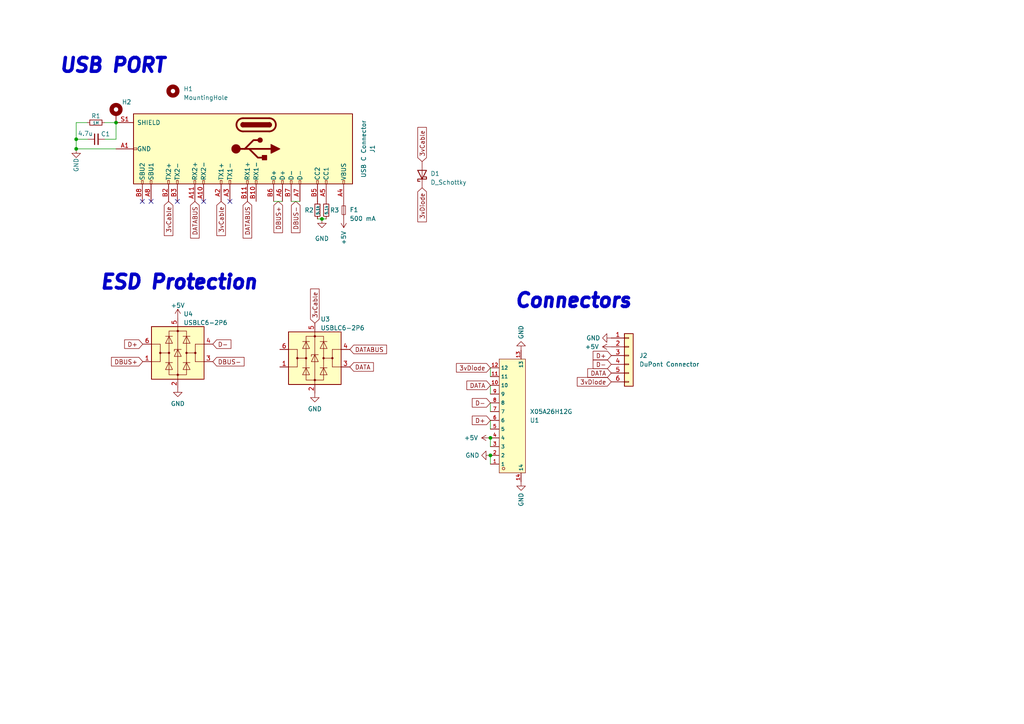
<source format=kicad_sch>
(kicad_sch (version 20230121) (generator eeschema)
  (paper "A4")
  (lib_symbols
    (symbol "Connector:USB_C_Receptacle" (pin_names (offset 1.016))
      (property "Reference" "J" (at -10.16 29.21 0))
      (property "Value" "USB_C_Receptacle" (at 10.16 29.21 0))
      (symbol "USB_C_Receptacle_0_0"
        (rectangle (start -0.254 -35.56) (end 0.254 -34.544))
        (rectangle (start 10.16 -32.766) (end 9.144 -33.274))
        (rectangle (start 10.16 -30.226) (end 9.144 -30.734))
        (rectangle (start 10.16 -25.146) (end 9.144 -25.654))
        (rectangle (start 10.16 -22.606) (end 9.144 -23.114))
        (rectangle (start 10.16 -17.526) (end 9.144 -18.034))
        (rectangle (start 10.16 -14.986) (end 9.144 -15.494))
        (rectangle (start 10.16 -9.906) (end 9.144 -10.414))
        (rectangle (start 10.16 -7.366) (end 9.144 -7.874))
        (rectangle (start 10.16 -2.286) (end 9.144 -2.794))
        (rectangle (start 10.16 0.254) (end 9.144 -0.254))
        (rectangle (start 10.16 5.334) (end 9.144 4.826))
        (rectangle (start 10.16 7.874) (end 9.144 7.366))
        (rectangle (start 10.16 10.414) (end 9.144 9.906))
        (rectangle (start 10.16 12.954) (end 9.144 12.446))
        (rectangle (start 10.16 18.034) (end 9.144 17.526))
        (rectangle (start 10.16 20.574) (end 9.144 20.066))
        (rectangle (start 10.16 25.654) (end 9.144 25.146))
      )
      (symbol "USB_C_Receptacle_0_1"
        (rectangle (start -10.16 27.94) (end 10.16 -35.56) (stroke (width 0.254)) (fill (type background)))
        (arc (start -8.89 -3.81) (mid -6.985 -5.7067) (end -5.08 -3.81) (stroke (width 0.508)))
        (arc (start -7.62 -3.81) (mid -6.985 -4.4423) (end -6.35 -3.81) (stroke (width 0.254)))
        (arc (start -7.62 -3.81) (mid -6.985 -4.4423) (end -6.35 -3.81) (stroke (width 0.254)) (fill (type outline)))
        (rectangle (start -7.62 -3.81) (end -6.35 3.81) (stroke (width 0.254)) (fill (type outline)))
        (arc (start -6.35 3.81) (mid -6.985 4.4423) (end -7.62 3.81) (stroke (width 0.254)))
        (arc (start -6.35 3.81) (mid -6.985 4.4423) (end -7.62 3.81) (stroke (width 0.254)) (fill (type outline)))
        (arc (start -5.08 3.81) (mid -6.985 5.7067) (end -8.89 3.81) (stroke (width 0.508)))
        (polyline (pts (xy -8.89 -3.81) (xy -8.89 3.81)) (stroke (width 0.508)))
        (polyline (pts (xy -5.08 3.81) (xy -5.08 -3.81)) (stroke (width 0.508)))
      )
      (symbol "USB_C_Receptacle_1_1"
        (circle (center -2.54 1.143) (radius 0.635) (stroke (width 0.254)) (fill (type outline)))
        (circle (center 0 -5.842) (radius 1.27) (fill (type outline)))
        (polyline (pts (xy 0 -5.842) (xy 0 4.318)) (stroke (width 0.508)))
        (polyline (pts (xy 0 -3.302) (xy -2.54 -0.762) (xy -2.54 0.508)) (stroke (width 0.508)))
        (polyline (pts (xy 0 -2.032) (xy 2.54 0.508) (xy 2.54 1.778)) (stroke (width 0.508)))
        (polyline (pts (xy -1.27 4.318) (xy 0 6.858) (xy 1.27 4.318) (xy -1.27 4.318)) (stroke (width 0.254)) (fill (type outline)))
        (rectangle (start 1.905 1.778) (end 3.175 3.048) (stroke (width 0.254)) (fill (type outline)))
        (pin passive line (at 0 -40.64 90) (length 5.08) (name "GND") (number "A1"))
        (pin bidirectional line (at 15.24 -15.24 180) (length 5.08) (name "RX2-") (number "A10"))
        (pin bidirectional line (at 15.24 -17.78 180) (length 5.08) (name "RX2+") (number "A11"))
        (pin passive line (at 0 -40.64 90) (length 5.08) hide (name "GND") (number "A12"))
        (pin bidirectional line (at 15.24 -10.16 180) (length 5.08) (name "TX1+") (number "A2"))
        (pin bidirectional line (at 15.24 -7.62 180) (length 5.08) (name "TX1-") (number "A3"))
        (pin passive line (at 15.24 25.4 180) (length 5.08) (name "VBUS") (number "A4"))
        (pin bidirectional line (at 15.24 20.32 180) (length 5.08) (name "CC1") (number "A5"))
        (pin bidirectional line (at 15.24 7.62 180) (length 5.08) (name "D+") (number "A6"))
        (pin bidirectional line (at 15.24 12.7 180) (length 5.08) (name "D-") (number "A7"))
        (pin bidirectional line (at 15.24 -30.48 180) (length 5.08) (name "SBU1") (number "A8"))
        (pin passive line (at 15.24 25.4 180) (length 5.08) hide (name "VBUS") (number "A9"))
        (pin passive line (at 0 -40.64 90) (length 5.08) hide (name "GND") (number "B1"))
        (pin bidirectional line (at 15.24 0 180) (length 5.08) (name "RX1-") (number "B10"))
        (pin bidirectional line (at 15.24 -2.54 180) (length 5.08) (name "RX1+") (number "B11"))
        (pin passive line (at 0 -40.64 90) (length 5.08) hide (name "GND") (number "B12"))
        (pin bidirectional line (at 15.24 -25.4 180) (length 5.08) (name "TX2+") (number "B2"))
        (pin bidirectional line (at 15.24 -22.86 180) (length 5.08) (name "TX2-") (number "B3"))
        (pin passive line (at 15.24 25.4 180) (length 5.08) hide (name "VBUS") (number "B4"))
        (pin bidirectional line (at 15.24 17.78 180) (length 5.08) (name "CC2") (number "B5"))
        (pin bidirectional line (at 15.24 5.08 180) (length 5.08) (name "D+") (number "B6"))
        (pin bidirectional line (at 15.24 10.16 180) (length 5.08) (name "D-") (number "B7"))
        (pin bidirectional line (at 15.24 -33.02 180) (length 5.08) (name "SBU2") (number "B8"))
        (pin passive line (at 15.24 25.4 180) (length 5.08) hide (name "VBUS") (number "B9"))
        (pin passive line (at -7.62 -40.64 90) (length 5.08) (name "SHIELD") (number "S1"))
      )
    )
    (symbol "Connector_Generic:Conn_01x06" (pin_names (offset 1.016) hide)
      (property "Reference" "J" (at 0 7.62 0))
      (property "Value" "Conn_01x06" (at 0 -10.16 0))
      (symbol "Conn_01x06_1_1"
        (rectangle (start -1.27 -7.493) (end 0 -7.747) (stroke (width 0.1524)))
        (rectangle (start -1.27 -4.953) (end 0 -5.207) (stroke (width 0.1524)))
        (rectangle (start -1.27 -2.413) (end 0 -2.667) (stroke (width 0.1524)))
        (rectangle (start -1.27 0.127) (end 0 -0.127) (stroke (width 0.1524)))
        (rectangle (start -1.27 2.667) (end 0 2.413) (stroke (width 0.1524)))
        (rectangle (start -1.27 5.207) (end 0 4.953) (stroke (width 0.1524)))
        (rectangle (start -1.27 6.35) (end 1.27 -8.89) (stroke (width 0.254)) (fill (type background)))
        (pin passive line (at -5.08 5.08 0) (length 3.81) (name "Pin_1") (number "1"))
        (pin passive line (at -5.08 2.54 0) (length 3.81) (name "Pin_2") (number "2"))
        (pin passive line (at -5.08 0 0) (length 3.81) (name "Pin_3") (number "3"))
        (pin passive line (at -5.08 -2.54 0) (length 3.81) (name "Pin_4") (number "4"))
        (pin passive line (at -5.08 -5.08 0) (length 3.81) (name "Pin_5") (number "5"))
        (pin passive line (at -5.08 -7.62 0) (length 3.81) (name "Pin_6") (number "6"))
      )
    )
    (symbol "Device:C_Small" (pin_numbers hide) (pin_names (offset 0.254) hide)
      (property "Reference" "C" (at 0.254 1.778 0))
      (property "Value" "C_Small" (at 0.254 -2.032 0))
      (symbol "C_Small_0_1"
        (polyline (pts (xy -1.524 -0.508) (xy 1.524 -0.508)) (stroke (width 0.3302)))
        (polyline (pts (xy -1.524 0.508) (xy 1.524 0.508)) (stroke (width 0.3048)))
      )
      (symbol "C_Small_1_1"
        (pin passive line (at 0 2.54 270) (length 2.032) (name "~") (number "1"))
        (pin passive line (at 0 -2.54 90) (length 2.032) (name "~") (number "2"))
      )
    )
    (symbol "Device:D_Schottky" (pin_numbers hide) (pin_names (offset 1.016) hide)
      (property "Reference" "D" (at 0 2.54 0))
      (property "Value" "D_Schottky" (at 0 -2.54 0))
      (symbol "D_Schottky_0_1"
        (polyline (pts (xy 1.27 0) (xy -1.27 0)))
        (polyline (pts (xy 1.27 1.27) (xy 1.27 -1.27) (xy -1.27 0) (xy 1.27 1.27)) (stroke (width 0.254)))
        (polyline (pts (xy -1.905 0.635) (xy -1.905 1.27) (xy -1.27 1.27) (xy -1.27 -1.27) (xy -0.635 -1.27) (xy -0.635 -0.635)) (stroke (width 0.254)))
      )
      (symbol "D_Schottky_1_1"
        (pin passive line (at -3.81 0 0) (length 2.54) (name "K") (number "1"))
        (pin passive line (at 3.81 0 180) (length 2.54) (name "A") (number "2"))
      )
    )
    (symbol "Device:Fuse_Small" (pin_numbers hide) (pin_names (offset 0.254) hide)
      (property "Reference" "F" (at 0 -1.524 0))
      (property "Value" "Fuse_Small" (at 0 1.524 0))
      (symbol "Fuse_Small_0_1"
        (rectangle (start -1.27 0.508) (end 1.27 -0.508))
        (polyline (pts (xy -1.27 0) (xy 1.27 0)))
      )
      (symbol "Fuse_Small_1_1"
        (pin passive line (at -2.54 0 0) (length 1.27) (name "~") (number "1"))
        (pin passive line (at 2.54 0 180) (length 1.27) (name "~") (number "2"))
      )
    )
    (symbol "Device:R_Small" (pin_numbers hide) (pin_names (offset 0.254) hide)
      (property "Reference" "R" (at 0.762 0.508 0))
      (property "Value" "R_Small" (at 0.762 -1.016 0))
      (symbol "R_Small_0_1"
        (rectangle (start -0.762 1.778) (end 0.762 -1.778) (stroke (width 0.2032)))
      )
      (symbol "R_Small_1_1"
        (pin passive line (at 0 2.54 270) (length 0.762) (name "~") (number "1"))
        (pin passive line (at 0 -2.54 90) (length 0.762) (name "~") (number "2"))
      )
    )
    (symbol "GND_1" (power) (pin_names (offset 0))
      (property "Value" "GND_1" (at 0 -3.81 0))
      (symbol "GND_1_0_1"
        (polyline (pts (xy 0 0) (xy 0 -1.27) (xy 1.27 -1.27) (xy 0 -2.54) (xy -1.27 -1.27) (xy 0 -1.27)))
      )
      (symbol "GND_1_1_1"
        (pin power_in line (at 0 0 270) (length 0) hide (name "GND") (number "1"))
      )
    )
    (symbol "Mechanical:MountingHole" (pin_names (offset 1.016))
      (property "Reference" "H" (at 0 5.08 0))
      (property "Value" "MountingHole" (at 0 3.175 0))
      (symbol "MountingHole_0_1"
        (circle (center 0 0) (radius 1.27) (stroke (width 1.27)))
      )
    )
    (symbol "Mechanical:MountingHole_Pad" (pin_numbers hide) (pin_names (offset 1.016) hide)
      (property "Reference" "H" (at 0 6.35 0))
      (property "Value" "MountingHole_Pad" (at 0 4.445 0))
      (symbol "MountingHole_Pad_0_1"
        (circle (center 0 1.27) (radius 1.27) (stroke (width 1.27)))
      )
      (symbol "MountingHole_Pad_1_1"
        (pin input line (at 0 -2.54 90) (length 2.54) (name "1") (number "1"))
      )
    )
    (symbol "Power_Protection:USBLC6-2P6" (pin_names hide)
      (property "Reference" "U" (at 2.54 8.89 0))
      (property "Value" "USBLC6-2P6" (at 2.54 -8.89 0))
      (symbol "USBLC6-2P6_0_1"
        (rectangle (start -7.62 -7.62) (end 7.62 7.62) (stroke (width 0.254)) (fill (type background)))
        (circle (center -5.08 0) (radius 0.254) (fill (type outline)))
        (circle (center -2.54 0) (radius 0.254) (fill (type outline)))
        (rectangle (start -2.54 6.35) (end 2.54 -6.35))
        (circle (center 0 -6.35) (radius 0.254) (fill (type outline)))
        (polyline (pts (xy -5.08 -2.54) (xy -7.62 -2.54)))
        (polyline (pts (xy -5.08 0) (xy -5.08 -2.54)))
        (polyline (pts (xy -5.08 2.54) (xy -7.62 2.54)))
        (polyline (pts (xy -1.524 -2.794) (xy -3.556 -2.794)))
        (polyline (pts (xy -1.524 4.826) (xy -3.556 4.826)))
        (polyline (pts (xy 0 -7.62) (xy 0 -6.35)))
        (polyline (pts (xy 0 -6.35) (xy 0 1.27)))
        (polyline (pts (xy 0 1.27) (xy 0 6.35)))
        (polyline (pts (xy 0 6.35) (xy 0 7.62)))
        (polyline (pts (xy 1.524 -2.794) (xy 3.556 -2.794)))
        (polyline (pts (xy 1.524 4.826) (xy 3.556 4.826)))
        (polyline (pts (xy 5.08 -2.54) (xy 7.62 -2.54)))
        (polyline (pts (xy 5.08 0) (xy 5.08 -2.54)))
        (polyline (pts (xy 5.08 2.54) (xy 7.62 2.54)))
        (polyline (pts (xy -2.54 0) (xy -5.08 0) (xy -5.08 2.54)))
        (polyline (pts (xy 2.54 0) (xy 5.08 0) (xy 5.08 2.54)))
        (polyline (pts (xy -3.556 -4.826) (xy -1.524 -4.826) (xy -2.54 -2.794) (xy -3.556 -4.826)))
        (polyline (pts (xy -3.556 2.794) (xy -1.524 2.794) (xy -2.54 4.826) (xy -3.556 2.794)))
        (polyline (pts (xy -1.016 -1.016) (xy 1.016 -1.016) (xy 0 1.016) (xy -1.016 -1.016)))
        (polyline (pts (xy 1.016 1.016) (xy 0.762 1.016) (xy -1.016 1.016) (xy -1.016 0.508)))
        (polyline (pts (xy 3.556 -4.826) (xy 1.524 -4.826) (xy 2.54 -2.794) (xy 3.556 -4.826)))
        (polyline (pts (xy 3.556 2.794) (xy 1.524 2.794) (xy 2.54 4.826) (xy 3.556 2.794)))
        (circle (center 0 6.35) (radius 0.254) (fill (type outline)))
        (circle (center 2.54 0) (radius 0.254) (fill (type outline)))
        (circle (center 5.08 0) (radius 0.254) (fill (type outline)))
      )
      (symbol "USBLC6-2P6_1_1"
        (pin passive line (at -10.16 -2.54 0) (length 2.54) (name "I/O1") (number "1"))
        (pin passive line (at 0 -10.16 90) (length 2.54) (name "GND") (number "2"))
        (pin passive line (at 10.16 -2.54 180) (length 2.54) (name "I/O2") (number "3"))
        (pin passive line (at 10.16 2.54 180) (length 2.54) (name "I/O2") (number "4"))
        (pin passive line (at 0 10.16 270) (length 2.54) (name "VBUS") (number "5"))
        (pin passive line (at -10.16 2.54 0) (length 2.54) (name "I/O1") (number "6"))
      )
    )
    (symbol "X05A26H12G:X05A26H12G"
      (property "Reference" "U" (at 0 1.27 0))
      (property "Value" "X05A26H12G" (at 0 -2.54 0))
      (symbol "X05A26H12G_0_1"
        (rectangle (start -2.54 16.51) (end 5.08 -16.51) (fill (type background)))
        (circle (center -1.27 15.24) (radius 0.381) (fill (type background)))
        (pin unspecified line (at -5.08 13.97 0) (length 2.54) (name "1") (number "1"))
        (pin unspecified line (at -5.08 -8.89 0) (length 2.54) (name "10") (number "10"))
        (pin unspecified line (at -5.08 -11.43 0) (length 2.54) (name "11") (number "11"))
        (pin unspecified line (at -5.08 -13.97 0) (length 2.54) (name "12") (number "12"))
        (pin unspecified line (at 3.81 -19.05 90) (length 2.54) (name "13") (number "13"))
        (pin unspecified line (at 3.81 19.05 270) (length 2.54) (name "14") (number "14"))
        (pin unspecified line (at -5.08 11.43 0) (length 2.54) (name "2") (number "2"))
        (pin unspecified line (at -5.08 8.89 0) (length 2.54) (name "3") (number "3"))
        (pin unspecified line (at -5.08 6.35 0) (length 2.54) (name "4") (number "4"))
        (pin unspecified line (at -5.08 3.81 0) (length 2.54) (name "5") (number "5"))
        (pin unspecified line (at -5.08 1.27 0) (length 2.54) (name "6") (number "6"))
        (pin unspecified line (at -5.08 -1.27 0) (length 2.54) (name "7") (number "7"))
        (pin unspecified line (at -5.08 -3.81 0) (length 2.54) (name "8") (number "8"))
        (pin unspecified line (at -5.08 -6.35 0) (length 2.54) (name "9") (number "9"))
      )
    )
    (symbol "power:+5V" (power) (pin_names (offset 0))
      (property "Value" "+5V" (at 0 3.556 0))
      (symbol "+5V_0_1"
        (polyline (pts (xy -0.762 1.27) (xy 0 2.54)))
        (polyline (pts (xy 0 0) (xy 0 2.54)))
        (polyline (pts (xy 0 2.54) (xy 0.762 1.27)))
      )
      (symbol "+5V_1_1"
        (pin power_in line (at 0 0 90) (length 0) hide (name "+5V") (number "1"))
      )
    )
    (symbol "power:GND" (power) (pin_names (offset 0))
      (property "Value" "GND" (at 0 -3.81 0))
      (symbol "GND_0_1"
        (polyline (pts (xy 0 0) (xy 0 -1.27) (xy 1.27 -1.27) (xy 0 -2.54) (xy -1.27 -1.27) (xy 0 -1.27)))
      )
      (symbol "GND_1_1"
        (pin power_in line (at 0 0 270) (length 0) hide (name "GND") (number "1"))
      )
    )
  )
  (junction (at 142.24 127))
  (junction (at 142.24 132.08))
  (junction (at 22.098 43.18))
  (junction (at 93.3704 63.5))
  (junction (at 22.098 40.386))
  (junction (at 33.655 35.56))
  (no_connect (at 66.675 58.42))
  (no_connect (at 51.435 58.42))
  (no_connect (at 41.275 58.42))
  (no_connect (at 43.815 58.42))
  (no_connect (at 59.055 58.42))
  (wire (pts (xy 25.4 40.386) (xy 22.098 40.386)))
  (wire (pts (xy 22.098 35.56) (xy 25.273 35.56)))
  (wire (pts (xy 142.24 121.92) (xy 142.24 124.46)))
  (wire (pts (xy 93.3704 63.5) (xy 94.615 63.5)))
  (wire (pts (xy 86.995 58.42) (xy 84.455 58.42)))
  (wire (pts (xy 81.915 58.42) (xy 79.375 58.42)))
  (wire (pts (xy 142.24 106.68) (xy 142.24 109.22)))
  (wire (pts (xy 142.24 111.76) (xy 142.24 114.3)))
  (wire (pts (xy 92.075 63.5) (xy 93.3704 63.5)))
  (wire (pts (xy 142.24 127) (xy 142.24 129.54)))
  (wire (pts (xy 142.24 116.84) (xy 142.24 119.38)))
  (wire (pts (xy 30.48 40.386) (xy 33.655 40.386)))
  (wire (pts (xy 22.098 43.18) (xy 22.098 40.386)))
  (wire (pts (xy 33.655 40.386) (xy 33.655 35.56)))
  (wire (pts (xy 30.353 35.56) (xy 33.655 35.56)))
  (wire (pts (xy 33.655 35.56) (xy 33.655 35.433)))
  (wire (pts (xy 22.098 43.18) (xy 33.655 43.18)))
  (wire (pts (xy 22.098 40.386) (xy 22.098 35.56)))
  (wire (pts (xy 142.24 132.08) (xy 142.24 134.62)))
  (text "ESD Protection" (at 28.702 84.328 0) (effects (font (size 4 4) (thickness 2) bold italic) (justify left bottom)))
  (text "Connectors" (at 148.971 89.662 0) (effects (font (size 4 4) (thickness 2) bold italic) (justify left bottom)))
  (text "USB PORT" (at 16.891 21.463 0) (effects (font (size 4 4) (thickness 2) bold italic) (justify left bottom)))
  (global_label "DATABUS" (shape input) (at 101.473 101.346 0) (property "Intersheetrefs" "${INTERSHEET_REFS}" (effects hide)))
  (global_label "DBUS+" (shape input) (at 41.402 104.902 180) (property "Intersheetrefs" "${INTERSHEET_REFS}" (effects hide)))
  (global_label "DBUS-" (shape input) (at 85.7758 58.42 270) (property "Intersheetrefs" "${INTERSHEET_REFS}" (effects hide)))
  (global_label "3vDiode" (shape input) (at 122.428 54.483 270) (property "Intersheetrefs" "${INTERSHEET_REFS}" (effects hide)))
  (global_label "3vCable" (shape input) (at 64.135 58.42 270) (property "Intersheetrefs" "${INTERSHEET_REFS}" (effects hide)))
  (global_label "D-" (shape input) (at 177.292 105.664 180) (property "Intersheetrefs" "${INTERSHEET_REFS}" (effects hide)))
  (global_label "D-" (shape input) (at 142.24 116.84 180) (property "Intersheetrefs" "${INTERSHEET_REFS}" (effects hide)))
  (global_label "DBUS-" (shape input) (at 61.722 104.902 0) (property "Intersheetrefs" "${INTERSHEET_REFS}" (effects hide)))
  (global_label "DATA" (shape input) (at 101.473 106.426 0) (property "Intersheetrefs" "${INTERSHEET_REFS}" (effects hide)))
  (global_label "DBUS+" (shape input) (at 80.6958 58.42 270) (property "Intersheetrefs" "${INTERSHEET_REFS}" (effects hide)))
  (global_label "DATA" (shape input) (at 177.292 108.204 180) (property "Intersheetrefs" "${INTERSHEET_REFS}" (effects hide)))
  (global_label "3vCable" (shape input) (at 91.313 93.726 90) (property "Intersheetrefs" "${INTERSHEET_REFS}" (effects hide)))
  (global_label "3vDiode" (shape input) (at 177.292 110.744 180) (property "Intersheetrefs" "${INTERSHEET_REFS}" (effects hide)))
  (global_label "D+" (shape input) (at 41.402 99.822 180) (property "Intersheetrefs" "${INTERSHEET_REFS}" (effects hide)))
  (global_label "DATABUS" (shape input) (at 71.755 58.42 270) (property "Intersheetrefs" "${INTERSHEET_REFS}" (effects hide)))
  (global_label "3vDiode" (shape input) (at 142.24 106.68 180) (property "Intersheetrefs" "${INTERSHEET_REFS}" (effects hide)))
  (global_label "D-" (shape input) (at 61.722 99.822 0) (property "Intersheetrefs" "${INTERSHEET_REFS}" (effects hide)))
  (global_label "3vCable" (shape input) (at 122.428 46.863 90) (property "Intersheetrefs" "${INTERSHEET_REFS}" (effects hide)))
  (global_label "D+" (shape input) (at 177.292 103.124 180) (property "Intersheetrefs" "${INTERSHEET_REFS}" (effects hide)))
  (global_label "DATABUS" (shape input) (at 56.515 58.42 270) (property "Intersheetrefs" "${INTERSHEET_REFS}" (effects hide)))
  (global_label "D+" (shape input) (at 142.24 121.92 180) (property "Intersheetrefs" "${INTERSHEET_REFS}" (effects hide)))
  (global_label "3vCable" (shape input) (at 48.895 58.42 270) (property "Intersheetrefs" "${INTERSHEET_REFS}" (effects hide)))
  (global_label "DATA" (shape input) (at 142.24 111.76 180) (property "Intersheetrefs" "${INTERSHEET_REFS}" (effects hide)))
  (symbol (lib_id "power:+5V") (at 177.292 100.584 90) (unit 1)
    (property "Reference" "#PWR03" (effects hide))
    (property "Value" "+5V" (at 173.736 100.584 90) (effects (justify left)))
  )
  (symbol (lib_name "GND_1") (lib_id "power:GND") (at 151.13 101.6 180) (unit 1)
    (property "Reference" "#PWR013" (effects hide))
    (property "Value" "GND" (at 151.13 98.425 90) (effects (justify right)))
  )
  (symbol (lib_id "Device:R_Small") (at 27.813 35.56 90) (unit 1)
    (property "Reference" "R1" (at 27.813 33.655 90))
    (property "Value" "1M" (at 27.813 35.6616 90) (effects (font (size 0.8 0.8))))
    (property "Footprint" "Resistor_SMD:R_0603_1608Metric" (effects hide))
    (property "LCSC" "C25190" (effects hide))
  )
  (symbol (lib_id "Device:Fuse_Small") (at 99.695 60.96 270) (unit 1)
    (property "Reference" "F1" (at 101.4222 60.8584 90) (effects (justify left)))
    (property "Value" "500 mA" (at 101.4222 63.3984 90) (effects (justify left)))
    (property "Footprint" "Fuse:Fuse_0603_1608Metric" (effects hide))
    (property "LCSC" "C883095" (effects hide))
  )
  (symbol (lib_name "GND_1") (lib_id "power:GND") (at 151.13 139.7 0) (unit 1)
    (property "Reference" "#PWR014" (effects hide))
    (property "Value" "GND" (at 151.13 142.875 90) (effects (justify right)))
  )
  (symbol (lib_id "Device:D_Schottky") (at 122.428 50.673 90) (unit 1)
    (property "Reference" "D1" (at 124.841 50.3555 90) (effects (justify right)))
    (property "Value" "D_Schottky" (at 124.841 52.8955 90) (effects (justify right)))
    (property "Footprint" "Diode_SMD:D_SOD-323" (effects hide))
    (property "LCSC" "C191023" (effects hide))
  )
  (symbol (lib_id "Power_Protection:USBLC6-2P6") (at 51.562 102.362 0) (unit 1)
    (property "Reference" "U4" (at 53.2131 91.059 0) (effects (justify left)))
    (property "Value" "USBLC6-2P6" (at 53.2131 93.599 0) (effects (justify left)))
    (property "Footprint" "Package_TO_SOT_SMD:SOT-666" (effects hide))
    (property "Datasheet" "https://www.st.com/resource/en/datasheet/usblc6-2.pdf" (effects hide))
    (property "LCSC" "C2827693" (effects hide))
  )
  (symbol (lib_id "power:GND") (at 91.313 114.046 0) (unit 1)
    (property "Reference" "#PWR07" (effects hide))
    (property "Value" "GND" (at 91.313 118.6085 0))
  )
  (symbol (lib_id "Power_Protection:USBLC6-2P6") (at 91.313 103.886 0) (unit 1)
    (property "Reference" "U3" (at 92.9641 92.583 0) (effects (justify left)))
    (property "Value" "USBLC6-2P6" (at 92.9641 95.123 0) (effects (justify left)))
    (property "Footprint" "Package_TO_SOT_SMD:SOT-666" (effects hide))
    (property "Datasheet" "https://www.st.com/resource/en/datasheet/usblc6-2.pdf" (effects hide))
    (property "LCSC" "C2827693" (effects hide))
  )
  (symbol (lib_id "X05A26H12G:X05A26H12G") (at 147.32 120.65 0) (mirror x) (unit 1)
    (property "Reference" "U1" (at 153.67 121.92 0) (effects (justify left)))
    (property "Value" "X05A26H12G" (at 153.67 119.38 0) (effects (justify left)))
    (property "Footprint" "footprint:FPC-SMD_X05A26H12G" (effects hide))
    (property "Datasheet" "https://item.szlcsc.com/535993.html?ref=editor&logined=true" (effects hide))
    (property "LCSC" "C519263" (effects hide))
  )
  (symbol (lib_id "power:+5V") (at 51.562 92.202 0) (unit 1)
    (property "Reference" "#PWR06" (effects hide))
    (property "Value" "+5V" (at 51.562 88.5975 0))
  )
  (symbol (lib_id "Mechanical:MountingHole_Pad") (at 33.655 33.02 0) (mirror y) (unit 1) (in_bom no)
    (property "Reference" "H2" (at 38.1 29.591 0) (effects (justify left)))
    (property "Value" "MountingHole_Pad" (effects hide))
    (property "Footprint" "MountingHole:MountingHole_3.2mm_M3_DIN965_Pad" (effects hide))
  )
  (symbol (lib_id "power:GND") (at 93.3704 63.5 0) (unit 1)
    (property "Reference" "#PWR04" (effects hide))
    (property "Value" "GND" (at 93.3704 69.1896 0))
  )
  (symbol (lib_id "power:GND") (at 51.562 112.522 0) (unit 1)
    (property "Reference" "#PWR08" (effects hide))
    (property "Value" "GND" (at 51.562 117.0845 0))
  )
  (symbol (lib_id "Mechanical:MountingHole") (at 50.165 26.416 0) (unit 1) (in_bom no)
    (property "Reference" "H1" (at 53.213 25.781 0) (effects (justify left)))
    (property "Value" "MountingHole" (at 53.213 28.321 0) (effects (justify left)))
    (property "Footprint" "MountingHole:MountingHole_3.2mm_M3_DIN965_Pad" (effects hide))
  )
  (symbol (lib_id "power:GND") (at 22.098 43.18 0) (unit 1)
    (property "Reference" "#PWR01" (effects hide))
    (property "Value" "GND" (at 22.098 49.911 90) (effects (justify left)))
  )
  (symbol (lib_id "Connector:USB_C_Receptacle") (at 74.295 43.18 270) (unit 1)
    (property "Reference" "J1" (at 108.0262 43.18 0))
    (property "Value" "USB C Connector" (at 105.4862 43.18 0))
    (property "Footprint" "qw-footprints:TYPE-C_24P_QCHT" (effects hide))
    (property "Datasheet" "https://www.usb.org/sites/default/files/documents/usb_type-c.zip" (effects hide))
    (property "LCSC" "C456013" (effects hide))
  )
  (symbol (lib_id "Device:R_Small") (at 92.075 60.96 180) (unit 1)
    (property "Reference" "R2" (at 91.0081 60.96 0) (effects (justify left)))
    (property "Value" "5.1k" (at 92.1766 59.6392 90) (effects (font (size 0.8 0.8)) (justify left)))
    (property "Footprint" "Resistor_SMD:R_0603_1608Metric" (effects hide))
    (property "LCSC" "C23186" (effects hide))
  )
  (symbol (lib_id "power:+5V") (at 99.695 63.5 180) (unit 1)
    (property "Reference" "#PWR05" (effects hide))
    (property "Value" "+5V" (at 99.6951 66.9544 90) (effects (justify left)))
  )
  (symbol (lib_name "GND_1") (lib_id "power:GND") (at 142.24 132.08 270) (unit 1)
    (property "Reference" "#PWR012" (effects hide))
    (property "Value" "GND" (at 139.065 132.08 90) (effects (justify right)))
  )
  (symbol (lib_id "Device:R_Small") (at 94.615 60.96 0) (unit 1)
    (property "Reference" "R3" (at 95.6819 60.96 0) (effects (justify left)))
    (property "Value" "5.1k" (at 94.7166 62.2808 90) (effects (font (size 0.8 0.8)) (justify left)))
    (property "Footprint" "Resistor_SMD:R_0603_1608Metric" (effects hide))
    (property "LCSC" "C23186" (effects hide))
  )
  (symbol (lib_id "Device:C_Small") (at 27.94 40.386 90) (unit 1)
    (property "Reference" "C1" (at 30.607 38.862 90))
    (property "Value" "4.7u" (at 24.765 38.735 90))
    (property "Footprint" "Capacitor_SMD:C_0603_1608Metric" (effects hide))
    (property "LCSC" "C19666" (effects hide))
  )
  (symbol (lib_id "power:+5V") (at 142.24 127 90) (unit 1)
    (property "Reference" "#PWR011" (effects hide))
    (property "Value" "+5V" (at 138.684 127 90) (effects (justify left)))
  )
  (symbol (lib_name "GND_1") (lib_id "power:GND") (at 177.292 98.044 270) (unit 1)
    (property "Reference" "#PWR02" (effects hide))
    (property "Value" "GND" (at 174.117 98.044 90) (effects (justify right)))
  )
  (symbol (lib_id "Connector_Generic:Conn_01x06") (at 182.372 103.124 0) (unit 1) (in_bom no)
    (property "Reference" "J2" (at 185.42 103.124 0) (effects (justify left)))
    (property "Value" "DuPont Connector" (at 185.42 105.664 0) (effects (justify left)))
    (property "Footprint" "Connector_PinHeader_2.54mm:PinHeader_1x06_P2.54mm_Vertical" (effects hide))
  )
)
</source>
